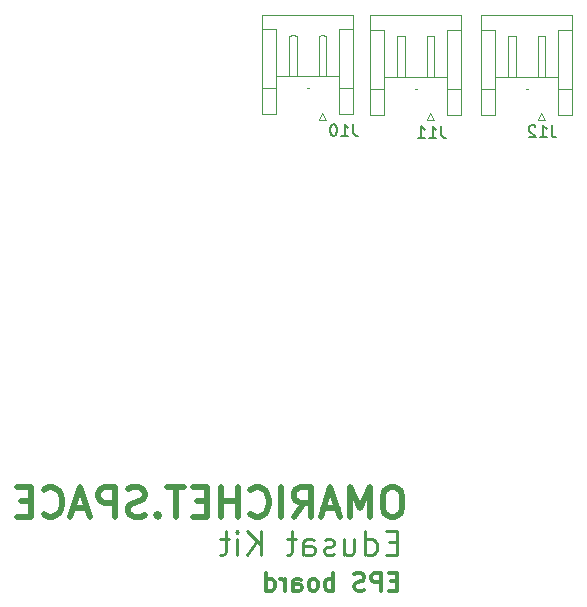
<source format=gbr>
%TF.GenerationSoftware,KiCad,Pcbnew,7.0.8-7.0.8~ubuntu22.04.1*%
%TF.CreationDate,2023-10-06T08:49:59+03:00*%
%TF.ProjectId,Omarich EPS stack V1.5,4f6d6172-6963-4682-9045-505320737461,rev?*%
%TF.SameCoordinates,Original*%
%TF.FileFunction,Legend,Bot*%
%TF.FilePolarity,Positive*%
%FSLAX46Y46*%
G04 Gerber Fmt 4.6, Leading zero omitted, Abs format (unit mm)*
G04 Created by KiCad (PCBNEW 7.0.8-7.0.8~ubuntu22.04.1) date 2023-10-06 08:49:59*
%MOMM*%
%LPD*%
G01*
G04 APERTURE LIST*
%ADD10C,0.250000*%
%ADD11C,0.300000*%
%ADD12C,0.500000*%
%ADD13C,0.150000*%
%ADD14C,0.120000*%
G04 APERTURE END LIST*
D10*
X166109336Y-115214619D02*
X165442669Y-115214619D01*
X165156955Y-116262238D02*
X166109336Y-116262238D01*
X166109336Y-116262238D02*
X166109336Y-114262238D01*
X166109336Y-114262238D02*
X165156955Y-114262238D01*
X163442669Y-116262238D02*
X163442669Y-114262238D01*
X163442669Y-116167000D02*
X163633145Y-116262238D01*
X163633145Y-116262238D02*
X164014098Y-116262238D01*
X164014098Y-116262238D02*
X164204574Y-116167000D01*
X164204574Y-116167000D02*
X164299812Y-116071761D01*
X164299812Y-116071761D02*
X164395050Y-115881285D01*
X164395050Y-115881285D02*
X164395050Y-115309857D01*
X164395050Y-115309857D02*
X164299812Y-115119380D01*
X164299812Y-115119380D02*
X164204574Y-115024142D01*
X164204574Y-115024142D02*
X164014098Y-114928904D01*
X164014098Y-114928904D02*
X163633145Y-114928904D01*
X163633145Y-114928904D02*
X163442669Y-115024142D01*
X161633145Y-114928904D02*
X161633145Y-116262238D01*
X162490288Y-114928904D02*
X162490288Y-115976523D01*
X162490288Y-115976523D02*
X162395050Y-116167000D01*
X162395050Y-116167000D02*
X162204574Y-116262238D01*
X162204574Y-116262238D02*
X161918859Y-116262238D01*
X161918859Y-116262238D02*
X161728383Y-116167000D01*
X161728383Y-116167000D02*
X161633145Y-116071761D01*
X160776002Y-116167000D02*
X160585526Y-116262238D01*
X160585526Y-116262238D02*
X160204574Y-116262238D01*
X160204574Y-116262238D02*
X160014097Y-116167000D01*
X160014097Y-116167000D02*
X159918859Y-115976523D01*
X159918859Y-115976523D02*
X159918859Y-115881285D01*
X159918859Y-115881285D02*
X160014097Y-115690809D01*
X160014097Y-115690809D02*
X160204574Y-115595571D01*
X160204574Y-115595571D02*
X160490288Y-115595571D01*
X160490288Y-115595571D02*
X160680764Y-115500333D01*
X160680764Y-115500333D02*
X160776002Y-115309857D01*
X160776002Y-115309857D02*
X160776002Y-115214619D01*
X160776002Y-115214619D02*
X160680764Y-115024142D01*
X160680764Y-115024142D02*
X160490288Y-114928904D01*
X160490288Y-114928904D02*
X160204574Y-114928904D01*
X160204574Y-114928904D02*
X160014097Y-115024142D01*
X158204573Y-116262238D02*
X158204573Y-115214619D01*
X158204573Y-115214619D02*
X158299811Y-115024142D01*
X158299811Y-115024142D02*
X158490287Y-114928904D01*
X158490287Y-114928904D02*
X158871240Y-114928904D01*
X158871240Y-114928904D02*
X159061716Y-115024142D01*
X158204573Y-116167000D02*
X158395049Y-116262238D01*
X158395049Y-116262238D02*
X158871240Y-116262238D01*
X158871240Y-116262238D02*
X159061716Y-116167000D01*
X159061716Y-116167000D02*
X159156954Y-115976523D01*
X159156954Y-115976523D02*
X159156954Y-115786047D01*
X159156954Y-115786047D02*
X159061716Y-115595571D01*
X159061716Y-115595571D02*
X158871240Y-115500333D01*
X158871240Y-115500333D02*
X158395049Y-115500333D01*
X158395049Y-115500333D02*
X158204573Y-115405095D01*
X157537906Y-114928904D02*
X156776002Y-114928904D01*
X157252192Y-114262238D02*
X157252192Y-115976523D01*
X157252192Y-115976523D02*
X157156954Y-116167000D01*
X157156954Y-116167000D02*
X156966478Y-116262238D01*
X156966478Y-116262238D02*
X156776002Y-116262238D01*
X154585525Y-116262238D02*
X154585525Y-114262238D01*
X153442668Y-116262238D02*
X154299811Y-115119380D01*
X153442668Y-114262238D02*
X154585525Y-115405095D01*
X152585525Y-116262238D02*
X152585525Y-114928904D01*
X152585525Y-114262238D02*
X152680763Y-114357476D01*
X152680763Y-114357476D02*
X152585525Y-114452714D01*
X152585525Y-114452714D02*
X152490287Y-114357476D01*
X152490287Y-114357476D02*
X152585525Y-114262238D01*
X152585525Y-114262238D02*
X152585525Y-114452714D01*
X151918858Y-114928904D02*
X151156954Y-114928904D01*
X151633144Y-114262238D02*
X151633144Y-115976523D01*
X151633144Y-115976523D02*
X151537906Y-116167000D01*
X151537906Y-116167000D02*
X151347430Y-116262238D01*
X151347430Y-116262238D02*
X151156954Y-116262238D01*
D11*
X166145489Y-118515114D02*
X165645489Y-118515114D01*
X165431203Y-119300828D02*
X166145489Y-119300828D01*
X166145489Y-119300828D02*
X166145489Y-117800828D01*
X166145489Y-117800828D02*
X165431203Y-117800828D01*
X164788346Y-119300828D02*
X164788346Y-117800828D01*
X164788346Y-117800828D02*
X164216917Y-117800828D01*
X164216917Y-117800828D02*
X164074060Y-117872257D01*
X164074060Y-117872257D02*
X164002631Y-117943685D01*
X164002631Y-117943685D02*
X163931203Y-118086542D01*
X163931203Y-118086542D02*
X163931203Y-118300828D01*
X163931203Y-118300828D02*
X164002631Y-118443685D01*
X164002631Y-118443685D02*
X164074060Y-118515114D01*
X164074060Y-118515114D02*
X164216917Y-118586542D01*
X164216917Y-118586542D02*
X164788346Y-118586542D01*
X163359774Y-119229400D02*
X163145489Y-119300828D01*
X163145489Y-119300828D02*
X162788346Y-119300828D01*
X162788346Y-119300828D02*
X162645489Y-119229400D01*
X162645489Y-119229400D02*
X162574060Y-119157971D01*
X162574060Y-119157971D02*
X162502631Y-119015114D01*
X162502631Y-119015114D02*
X162502631Y-118872257D01*
X162502631Y-118872257D02*
X162574060Y-118729400D01*
X162574060Y-118729400D02*
X162645489Y-118657971D01*
X162645489Y-118657971D02*
X162788346Y-118586542D01*
X162788346Y-118586542D02*
X163074060Y-118515114D01*
X163074060Y-118515114D02*
X163216917Y-118443685D01*
X163216917Y-118443685D02*
X163288346Y-118372257D01*
X163288346Y-118372257D02*
X163359774Y-118229400D01*
X163359774Y-118229400D02*
X163359774Y-118086542D01*
X163359774Y-118086542D02*
X163288346Y-117943685D01*
X163288346Y-117943685D02*
X163216917Y-117872257D01*
X163216917Y-117872257D02*
X163074060Y-117800828D01*
X163074060Y-117800828D02*
X162716917Y-117800828D01*
X162716917Y-117800828D02*
X162502631Y-117872257D01*
X160716918Y-119300828D02*
X160716918Y-117800828D01*
X160716918Y-118372257D02*
X160574061Y-118300828D01*
X160574061Y-118300828D02*
X160288346Y-118300828D01*
X160288346Y-118300828D02*
X160145489Y-118372257D01*
X160145489Y-118372257D02*
X160074061Y-118443685D01*
X160074061Y-118443685D02*
X160002632Y-118586542D01*
X160002632Y-118586542D02*
X160002632Y-119015114D01*
X160002632Y-119015114D02*
X160074061Y-119157971D01*
X160074061Y-119157971D02*
X160145489Y-119229400D01*
X160145489Y-119229400D02*
X160288346Y-119300828D01*
X160288346Y-119300828D02*
X160574061Y-119300828D01*
X160574061Y-119300828D02*
X160716918Y-119229400D01*
X159145489Y-119300828D02*
X159288346Y-119229400D01*
X159288346Y-119229400D02*
X159359775Y-119157971D01*
X159359775Y-119157971D02*
X159431203Y-119015114D01*
X159431203Y-119015114D02*
X159431203Y-118586542D01*
X159431203Y-118586542D02*
X159359775Y-118443685D01*
X159359775Y-118443685D02*
X159288346Y-118372257D01*
X159288346Y-118372257D02*
X159145489Y-118300828D01*
X159145489Y-118300828D02*
X158931203Y-118300828D01*
X158931203Y-118300828D02*
X158788346Y-118372257D01*
X158788346Y-118372257D02*
X158716918Y-118443685D01*
X158716918Y-118443685D02*
X158645489Y-118586542D01*
X158645489Y-118586542D02*
X158645489Y-119015114D01*
X158645489Y-119015114D02*
X158716918Y-119157971D01*
X158716918Y-119157971D02*
X158788346Y-119229400D01*
X158788346Y-119229400D02*
X158931203Y-119300828D01*
X158931203Y-119300828D02*
X159145489Y-119300828D01*
X157359775Y-119300828D02*
X157359775Y-118515114D01*
X157359775Y-118515114D02*
X157431203Y-118372257D01*
X157431203Y-118372257D02*
X157574060Y-118300828D01*
X157574060Y-118300828D02*
X157859775Y-118300828D01*
X157859775Y-118300828D02*
X158002632Y-118372257D01*
X157359775Y-119229400D02*
X157502632Y-119300828D01*
X157502632Y-119300828D02*
X157859775Y-119300828D01*
X157859775Y-119300828D02*
X158002632Y-119229400D01*
X158002632Y-119229400D02*
X158074060Y-119086542D01*
X158074060Y-119086542D02*
X158074060Y-118943685D01*
X158074060Y-118943685D02*
X158002632Y-118800828D01*
X158002632Y-118800828D02*
X157859775Y-118729400D01*
X157859775Y-118729400D02*
X157502632Y-118729400D01*
X157502632Y-118729400D02*
X157359775Y-118657971D01*
X156645489Y-119300828D02*
X156645489Y-118300828D01*
X156645489Y-118586542D02*
X156574060Y-118443685D01*
X156574060Y-118443685D02*
X156502632Y-118372257D01*
X156502632Y-118372257D02*
X156359774Y-118300828D01*
X156359774Y-118300828D02*
X156216917Y-118300828D01*
X155074061Y-119300828D02*
X155074061Y-117800828D01*
X155074061Y-119229400D02*
X155216918Y-119300828D01*
X155216918Y-119300828D02*
X155502632Y-119300828D01*
X155502632Y-119300828D02*
X155645489Y-119229400D01*
X155645489Y-119229400D02*
X155716918Y-119157971D01*
X155716918Y-119157971D02*
X155788346Y-119015114D01*
X155788346Y-119015114D02*
X155788346Y-118586542D01*
X155788346Y-118586542D02*
X155716918Y-118443685D01*
X155716918Y-118443685D02*
X155645489Y-118372257D01*
X155645489Y-118372257D02*
X155502632Y-118300828D01*
X155502632Y-118300828D02*
X155216918Y-118300828D01*
X155216918Y-118300828D02*
X155074061Y-118372257D01*
D12*
X165969624Y-110538047D02*
X165493433Y-110538047D01*
X165493433Y-110538047D02*
X165255338Y-110657095D01*
X165255338Y-110657095D02*
X165017243Y-110895190D01*
X165017243Y-110895190D02*
X164898195Y-111371380D01*
X164898195Y-111371380D02*
X164898195Y-112204714D01*
X164898195Y-112204714D02*
X165017243Y-112680904D01*
X165017243Y-112680904D02*
X165255338Y-112919000D01*
X165255338Y-112919000D02*
X165493433Y-113038047D01*
X165493433Y-113038047D02*
X165969624Y-113038047D01*
X165969624Y-113038047D02*
X166207719Y-112919000D01*
X166207719Y-112919000D02*
X166445814Y-112680904D01*
X166445814Y-112680904D02*
X166564862Y-112204714D01*
X166564862Y-112204714D02*
X166564862Y-111371380D01*
X166564862Y-111371380D02*
X166445814Y-110895190D01*
X166445814Y-110895190D02*
X166207719Y-110657095D01*
X166207719Y-110657095D02*
X165969624Y-110538047D01*
X163826766Y-113038047D02*
X163826766Y-110538047D01*
X163826766Y-110538047D02*
X162993433Y-112323761D01*
X162993433Y-112323761D02*
X162160100Y-110538047D01*
X162160100Y-110538047D02*
X162160100Y-113038047D01*
X161088671Y-112323761D02*
X159898195Y-112323761D01*
X161326766Y-113038047D02*
X160493433Y-110538047D01*
X160493433Y-110538047D02*
X159660100Y-113038047D01*
X157398195Y-113038047D02*
X158231528Y-111847571D01*
X158826766Y-113038047D02*
X158826766Y-110538047D01*
X158826766Y-110538047D02*
X157874385Y-110538047D01*
X157874385Y-110538047D02*
X157636290Y-110657095D01*
X157636290Y-110657095D02*
X157517243Y-110776142D01*
X157517243Y-110776142D02*
X157398195Y-111014238D01*
X157398195Y-111014238D02*
X157398195Y-111371380D01*
X157398195Y-111371380D02*
X157517243Y-111609476D01*
X157517243Y-111609476D02*
X157636290Y-111728523D01*
X157636290Y-111728523D02*
X157874385Y-111847571D01*
X157874385Y-111847571D02*
X158826766Y-111847571D01*
X156326766Y-113038047D02*
X156326766Y-110538047D01*
X153707719Y-112799952D02*
X153826767Y-112919000D01*
X153826767Y-112919000D02*
X154183909Y-113038047D01*
X154183909Y-113038047D02*
X154422005Y-113038047D01*
X154422005Y-113038047D02*
X154779148Y-112919000D01*
X154779148Y-112919000D02*
X155017243Y-112680904D01*
X155017243Y-112680904D02*
X155136290Y-112442809D01*
X155136290Y-112442809D02*
X155255338Y-111966619D01*
X155255338Y-111966619D02*
X155255338Y-111609476D01*
X155255338Y-111609476D02*
X155136290Y-111133285D01*
X155136290Y-111133285D02*
X155017243Y-110895190D01*
X155017243Y-110895190D02*
X154779148Y-110657095D01*
X154779148Y-110657095D02*
X154422005Y-110538047D01*
X154422005Y-110538047D02*
X154183909Y-110538047D01*
X154183909Y-110538047D02*
X153826767Y-110657095D01*
X153826767Y-110657095D02*
X153707719Y-110776142D01*
X152636290Y-113038047D02*
X152636290Y-110538047D01*
X152636290Y-111728523D02*
X151207719Y-111728523D01*
X151207719Y-113038047D02*
X151207719Y-110538047D01*
X150017242Y-111728523D02*
X149183909Y-111728523D01*
X148826766Y-113038047D02*
X150017242Y-113038047D01*
X150017242Y-113038047D02*
X150017242Y-110538047D01*
X150017242Y-110538047D02*
X148826766Y-110538047D01*
X148112480Y-110538047D02*
X146683909Y-110538047D01*
X147398195Y-113038047D02*
X147398195Y-110538047D01*
X145850575Y-112799952D02*
X145731528Y-112919000D01*
X145731528Y-112919000D02*
X145850575Y-113038047D01*
X145850575Y-113038047D02*
X145969623Y-112919000D01*
X145969623Y-112919000D02*
X145850575Y-112799952D01*
X145850575Y-112799952D02*
X145850575Y-113038047D01*
X144779147Y-112919000D02*
X144422004Y-113038047D01*
X144422004Y-113038047D02*
X143826766Y-113038047D01*
X143826766Y-113038047D02*
X143588671Y-112919000D01*
X143588671Y-112919000D02*
X143469623Y-112799952D01*
X143469623Y-112799952D02*
X143350576Y-112561857D01*
X143350576Y-112561857D02*
X143350576Y-112323761D01*
X143350576Y-112323761D02*
X143469623Y-112085666D01*
X143469623Y-112085666D02*
X143588671Y-111966619D01*
X143588671Y-111966619D02*
X143826766Y-111847571D01*
X143826766Y-111847571D02*
X144302957Y-111728523D01*
X144302957Y-111728523D02*
X144541052Y-111609476D01*
X144541052Y-111609476D02*
X144660099Y-111490428D01*
X144660099Y-111490428D02*
X144779147Y-111252333D01*
X144779147Y-111252333D02*
X144779147Y-111014238D01*
X144779147Y-111014238D02*
X144660099Y-110776142D01*
X144660099Y-110776142D02*
X144541052Y-110657095D01*
X144541052Y-110657095D02*
X144302957Y-110538047D01*
X144302957Y-110538047D02*
X143707718Y-110538047D01*
X143707718Y-110538047D02*
X143350576Y-110657095D01*
X142279147Y-113038047D02*
X142279147Y-110538047D01*
X142279147Y-110538047D02*
X141326766Y-110538047D01*
X141326766Y-110538047D02*
X141088671Y-110657095D01*
X141088671Y-110657095D02*
X140969624Y-110776142D01*
X140969624Y-110776142D02*
X140850576Y-111014238D01*
X140850576Y-111014238D02*
X140850576Y-111371380D01*
X140850576Y-111371380D02*
X140969624Y-111609476D01*
X140969624Y-111609476D02*
X141088671Y-111728523D01*
X141088671Y-111728523D02*
X141326766Y-111847571D01*
X141326766Y-111847571D02*
X142279147Y-111847571D01*
X139898195Y-112323761D02*
X138707719Y-112323761D01*
X140136290Y-113038047D02*
X139302957Y-110538047D01*
X139302957Y-110538047D02*
X138469624Y-113038047D01*
X136207719Y-112799952D02*
X136326767Y-112919000D01*
X136326767Y-112919000D02*
X136683909Y-113038047D01*
X136683909Y-113038047D02*
X136922005Y-113038047D01*
X136922005Y-113038047D02*
X137279148Y-112919000D01*
X137279148Y-112919000D02*
X137517243Y-112680904D01*
X137517243Y-112680904D02*
X137636290Y-112442809D01*
X137636290Y-112442809D02*
X137755338Y-111966619D01*
X137755338Y-111966619D02*
X137755338Y-111609476D01*
X137755338Y-111609476D02*
X137636290Y-111133285D01*
X137636290Y-111133285D02*
X137517243Y-110895190D01*
X137517243Y-110895190D02*
X137279148Y-110657095D01*
X137279148Y-110657095D02*
X136922005Y-110538047D01*
X136922005Y-110538047D02*
X136683909Y-110538047D01*
X136683909Y-110538047D02*
X136326767Y-110657095D01*
X136326767Y-110657095D02*
X136207719Y-110776142D01*
X135136290Y-111728523D02*
X134302957Y-111728523D01*
X133945814Y-113038047D02*
X135136290Y-113038047D01*
X135136290Y-113038047D02*
X135136290Y-110538047D01*
X135136290Y-110538047D02*
X133945814Y-110538047D01*
D13*
X179229523Y-79904819D02*
X179229523Y-80619104D01*
X179229523Y-80619104D02*
X179277142Y-80761961D01*
X179277142Y-80761961D02*
X179372380Y-80857200D01*
X179372380Y-80857200D02*
X179515237Y-80904819D01*
X179515237Y-80904819D02*
X179610475Y-80904819D01*
X178229523Y-80904819D02*
X178800951Y-80904819D01*
X178515237Y-80904819D02*
X178515237Y-79904819D01*
X178515237Y-79904819D02*
X178610475Y-80047676D01*
X178610475Y-80047676D02*
X178705713Y-80142914D01*
X178705713Y-80142914D02*
X178800951Y-80190533D01*
X177848570Y-80000057D02*
X177800951Y-79952438D01*
X177800951Y-79952438D02*
X177705713Y-79904819D01*
X177705713Y-79904819D02*
X177467618Y-79904819D01*
X177467618Y-79904819D02*
X177372380Y-79952438D01*
X177372380Y-79952438D02*
X177324761Y-80000057D01*
X177324761Y-80000057D02*
X177277142Y-80095295D01*
X177277142Y-80095295D02*
X177277142Y-80190533D01*
X177277142Y-80190533D02*
X177324761Y-80333390D01*
X177324761Y-80333390D02*
X177896189Y-80904819D01*
X177896189Y-80904819D02*
X177277142Y-80904819D01*
X169859523Y-79964819D02*
X169859523Y-80679104D01*
X169859523Y-80679104D02*
X169907142Y-80821961D01*
X169907142Y-80821961D02*
X170002380Y-80917200D01*
X170002380Y-80917200D02*
X170145237Y-80964819D01*
X170145237Y-80964819D02*
X170240475Y-80964819D01*
X168859523Y-80964819D02*
X169430951Y-80964819D01*
X169145237Y-80964819D02*
X169145237Y-79964819D01*
X169145237Y-79964819D02*
X169240475Y-80107676D01*
X169240475Y-80107676D02*
X169335713Y-80202914D01*
X169335713Y-80202914D02*
X169430951Y-80250533D01*
X167907142Y-80964819D02*
X168478570Y-80964819D01*
X168192856Y-80964819D02*
X168192856Y-79964819D01*
X168192856Y-79964819D02*
X168288094Y-80107676D01*
X168288094Y-80107676D02*
X168383332Y-80202914D01*
X168383332Y-80202914D02*
X168478570Y-80250533D01*
X162399523Y-79794819D02*
X162399523Y-80509104D01*
X162399523Y-80509104D02*
X162447142Y-80651961D01*
X162447142Y-80651961D02*
X162542380Y-80747200D01*
X162542380Y-80747200D02*
X162685237Y-80794819D01*
X162685237Y-80794819D02*
X162780475Y-80794819D01*
X161399523Y-80794819D02*
X161970951Y-80794819D01*
X161685237Y-80794819D02*
X161685237Y-79794819D01*
X161685237Y-79794819D02*
X161780475Y-79937676D01*
X161780475Y-79937676D02*
X161875713Y-80032914D01*
X161875713Y-80032914D02*
X161970951Y-80080533D01*
X160780475Y-79794819D02*
X160685237Y-79794819D01*
X160685237Y-79794819D02*
X160589999Y-79842438D01*
X160589999Y-79842438D02*
X160542380Y-79890057D01*
X160542380Y-79890057D02*
X160494761Y-79985295D01*
X160494761Y-79985295D02*
X160447142Y-80175771D01*
X160447142Y-80175771D02*
X160447142Y-80413866D01*
X160447142Y-80413866D02*
X160494761Y-80604342D01*
X160494761Y-80604342D02*
X160542380Y-80699580D01*
X160542380Y-80699580D02*
X160589999Y-80747200D01*
X160589999Y-80747200D02*
X160685237Y-80794819D01*
X160685237Y-80794819D02*
X160780475Y-80794819D01*
X160780475Y-80794819D02*
X160875713Y-80747200D01*
X160875713Y-80747200D02*
X160923332Y-80699580D01*
X160923332Y-80699580D02*
X160970951Y-80604342D01*
X160970951Y-80604342D02*
X161018570Y-80413866D01*
X161018570Y-80413866D02*
X161018570Y-80175771D01*
X161018570Y-80175771D02*
X160970951Y-79985295D01*
X160970951Y-79985295D02*
X160923332Y-79890057D01*
X160923332Y-79890057D02*
X160875713Y-79842438D01*
X160875713Y-79842438D02*
X160780475Y-79794819D01*
D14*
%TO.C,J12*%
X180960000Y-78990000D02*
X180960000Y-70570000D01*
X180960000Y-71790000D02*
X179740000Y-71790000D01*
X180960000Y-70570000D02*
X173240000Y-70570000D01*
X179740000Y-78990000D02*
X180960000Y-78990000D01*
X179740000Y-76790000D02*
X180960000Y-76790000D01*
X179740000Y-76790000D02*
X179740000Y-78990000D01*
X179740000Y-75790000D02*
X174460000Y-75790000D01*
X179740000Y-71790000D02*
X179740000Y-76790000D01*
X178670000Y-75790000D02*
X178670000Y-72370000D01*
X178670000Y-72370000D02*
X178350000Y-72290000D01*
X178650000Y-79480000D02*
X178050000Y-79480000D01*
X178350000Y-78880000D02*
X178650000Y-79480000D01*
X178350000Y-75790000D02*
X178670000Y-75790000D01*
X178350000Y-72290000D02*
X178030000Y-72370000D01*
X178050000Y-79480000D02*
X178350000Y-78880000D01*
X178030000Y-75790000D02*
X178350000Y-75790000D01*
X178030000Y-72370000D02*
X178030000Y-75790000D01*
X177180000Y-76790000D02*
X177020000Y-76790000D01*
X176170000Y-75790000D02*
X176170000Y-72370000D01*
X176170000Y-72370000D02*
X175850000Y-72290000D01*
X175850000Y-75790000D02*
X176170000Y-75790000D01*
X175850000Y-72290000D02*
X175530000Y-72370000D01*
X175530000Y-75790000D02*
X175850000Y-75790000D01*
X175530000Y-72370000D02*
X175530000Y-75790000D01*
X174460000Y-78990000D02*
X174460000Y-76790000D01*
X174460000Y-76790000D02*
X173240000Y-76790000D01*
X174460000Y-71790000D02*
X174460000Y-76790000D01*
X173240000Y-78990000D02*
X174460000Y-78990000D01*
X173240000Y-71790000D02*
X174460000Y-71790000D01*
X173240000Y-70570000D02*
X173240000Y-78990000D01*
%TO.C,J11*%
X171562000Y-78990000D02*
X171562000Y-70570000D01*
X171562000Y-71790000D02*
X170342000Y-71790000D01*
X171562000Y-70570000D02*
X163842000Y-70570000D01*
X170342000Y-78990000D02*
X171562000Y-78990000D01*
X170342000Y-76790000D02*
X171562000Y-76790000D01*
X170342000Y-76790000D02*
X170342000Y-78990000D01*
X170342000Y-75790000D02*
X165062000Y-75790000D01*
X170342000Y-71790000D02*
X170342000Y-76790000D01*
X169272000Y-75790000D02*
X169272000Y-72370000D01*
X169272000Y-72370000D02*
X168952000Y-72290000D01*
X169252000Y-79480000D02*
X168652000Y-79480000D01*
X168952000Y-78880000D02*
X169252000Y-79480000D01*
X168952000Y-75790000D02*
X169272000Y-75790000D01*
X168952000Y-72290000D02*
X168632000Y-72370000D01*
X168652000Y-79480000D02*
X168952000Y-78880000D01*
X168632000Y-75790000D02*
X168952000Y-75790000D01*
X168632000Y-72370000D02*
X168632000Y-75790000D01*
X167782000Y-76790000D02*
X167622000Y-76790000D01*
X166772000Y-75790000D02*
X166772000Y-72370000D01*
X166772000Y-72370000D02*
X166452000Y-72290000D01*
X166452000Y-75790000D02*
X166772000Y-75790000D01*
X166452000Y-72290000D02*
X166132000Y-72370000D01*
X166132000Y-75790000D02*
X166452000Y-75790000D01*
X166132000Y-72370000D02*
X166132000Y-75790000D01*
X165062000Y-78990000D02*
X165062000Y-76790000D01*
X165062000Y-76790000D02*
X163842000Y-76790000D01*
X165062000Y-71790000D02*
X165062000Y-76790000D01*
X163842000Y-78990000D02*
X165062000Y-78990000D01*
X163842000Y-71790000D02*
X165062000Y-71790000D01*
X163842000Y-70570000D02*
X163842000Y-78990000D01*
%TO.C,J10*%
X162418000Y-78944000D02*
X162418000Y-70524000D01*
X162418000Y-71744000D02*
X161198000Y-71744000D01*
X162418000Y-70524000D02*
X154698000Y-70524000D01*
X161198000Y-78944000D02*
X162418000Y-78944000D01*
X161198000Y-76744000D02*
X162418000Y-76744000D01*
X161198000Y-76744000D02*
X161198000Y-78944000D01*
X161198000Y-75744000D02*
X155918000Y-75744000D01*
X161198000Y-71744000D02*
X161198000Y-76744000D01*
X160128000Y-75744000D02*
X160128000Y-72324000D01*
X160128000Y-72324000D02*
X159808000Y-72244000D01*
X160108000Y-79434000D02*
X159508000Y-79434000D01*
X159808000Y-78834000D02*
X160108000Y-79434000D01*
X159808000Y-75744000D02*
X160128000Y-75744000D01*
X159808000Y-72244000D02*
X159488000Y-72324000D01*
X159508000Y-79434000D02*
X159808000Y-78834000D01*
X159488000Y-75744000D02*
X159808000Y-75744000D01*
X159488000Y-72324000D02*
X159488000Y-75744000D01*
X158638000Y-76744000D02*
X158478000Y-76744000D01*
X157628000Y-75744000D02*
X157628000Y-72324000D01*
X157628000Y-72324000D02*
X157308000Y-72244000D01*
X157308000Y-75744000D02*
X157628000Y-75744000D01*
X157308000Y-72244000D02*
X156988000Y-72324000D01*
X156988000Y-75744000D02*
X157308000Y-75744000D01*
X156988000Y-72324000D02*
X156988000Y-75744000D01*
X155918000Y-78944000D02*
X155918000Y-76744000D01*
X155918000Y-76744000D02*
X154698000Y-76744000D01*
X155918000Y-71744000D02*
X155918000Y-76744000D01*
X154698000Y-78944000D02*
X155918000Y-78944000D01*
X154698000Y-71744000D02*
X155918000Y-71744000D01*
X154698000Y-70524000D02*
X154698000Y-78944000D01*
%TD*%
M02*

</source>
